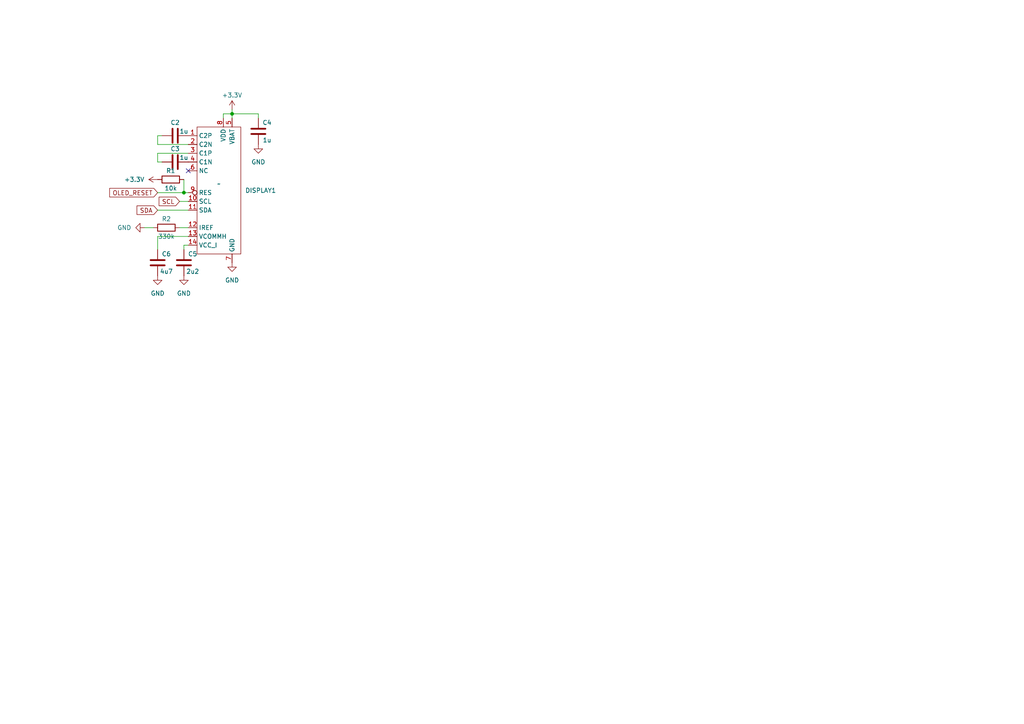
<source format=kicad_sch>
(kicad_sch (version 20230121) (generator eeschema)
  (paper "A4")
  (lib_symbols
    (symbol "Device:C" (pin_numbers hide) (pin_names (offset 0.254))
      (property "Reference" "C" (at 0.635 2.54 0))
      (property "Value" "C" (at 0.635 -2.54 0))
      (symbol "C_0_1"
        (polyline (pts (xy -2.032 -0.762) (xy 2.032 -0.762)) (stroke (width 0.508)))
        (polyline (pts (xy -2.032 0.762) (xy 2.032 0.762)) (stroke (width 0.508)))
      )
      (symbol "C_1_1"
        (pin passive line (at 0 3.81 270) (length 2.794) (name "~") (number "1"))
        (pin passive line (at 0 -3.81 90) (length 2.794) (name "~") (number "2"))
      )
    )
    (symbol "Device:R" (pin_numbers hide) (pin_names (offset 0))
      (property "Reference" "R" (at 2.032 0 90))
      (property "Value" "R" (at 0 0 90))
      (symbol "R_0_1"
        (rectangle (start -1.016 -2.54) (end 1.016 2.54) (stroke (width 0.254)))
      )
      (symbol "R_1_1"
        (pin passive line (at 0 3.81 270) (length 1.27) (name "~") (number "1"))
        (pin passive line (at 0 -3.81 90) (length 1.27) (name "~") (number "2"))
      )
    )
    (symbol "USER_mydisplay:OLED_14PIN"
      (property "Reference" "DISPLAY" (at 3.81 2.54 90))
      (symbol "OLED_14PIN_0_1"
        (rectangle (start -6.35 16.51) (end 6.35 -20.32))
      )
      (symbol "OLED_14PIN_1_1"
        (pin passive line (at -8.89 13.97 0) (length 2.54) (name "C2P") (number "1"))
        (pin open_emitter line (at -8.89 -5.08 0) (length 2.54) (name "SCL") (number "10"))
        (pin open_emitter line (at -8.89 -7.62 0) (length 2.54) (name "SDA") (number "11"))
        (pin input line (at -8.89 -12.7 0) (length 2.54) (name "IREF") (number "12"))
        (pin passive line (at -8.89 -15.24 0) (length 2.54) (name "VCOMMH") (number "13"))
        (pin power_in line (at -8.89 -17.78 0) (length 2.54) (name "VCC_I") (number "14"))
        (pin passive line (at -8.89 11.43 0) (length 2.54) (name "C2N") (number "2"))
        (pin passive line (at -8.89 8.89 0) (length 2.54) (name "C1P") (number "3"))
        (pin passive line (at -8.89 6.35 0) (length 2.54) (name "C1N") (number "4"))
        (pin power_in line (at 3.81 19.05 270) (length 2.54) (name "VBAT") (number "5"))
        (pin free line (at -8.89 3.81 0) (length 2.54) (name "NC") (number "6"))
        (pin power_in line (at 3.81 -22.86 90) (length 2.54) (name "GND") (number "7"))
        (pin power_in line (at 1.27 19.05 270) (length 2.54) (name "VDD") (number "8"))
        (pin input inverted (at -8.89 -2.54 0) (length 2.54) (name "RES") (number "9"))
      )
    )
    (symbol "power:+3.3V" (power) (pin_names (offset 0))
      (property "Value" "+3.3V" (at 0 3.556 0))
      (symbol "+3.3V_0_1"
        (polyline (pts (xy -0.762 1.27) (xy 0 2.54)))
        (polyline (pts (xy 0 0) (xy 0 2.54)))
        (polyline (pts (xy 0 2.54) (xy 0.762 1.27)))
      )
      (symbol "+3.3V_1_1"
        (pin power_in line (at 0 0 90) (length 0) hide (name "+3.3V") (number "1"))
      )
    )
    (symbol "power:GND" (power) (pin_names (offset 0))
      (property "Value" "GND" (at 0 -3.81 0))
      (symbol "GND_0_1"
        (polyline (pts (xy 0 0) (xy 0 -1.27) (xy 1.27 -1.27) (xy 0 -2.54) (xy -1.27 -1.27) (xy 0 -1.27)))
      )
      (symbol "GND_1_1"
        (pin power_in line (at 0 0 270) (length 0) hide (name "GND") (number "1"))
      )
    )
  )
  (junction (at 53.34 55.88))
  (junction (at 67.31 33.02))
  (no_connect (at 54.61 49.53))
  (wire (pts (xy 52.07 66.04) (xy 54.61 66.04)))
  (wire (pts (xy 53.34 71.12) (xy 53.34 72.39)))
  (wire (pts (xy 53.34 52.07) (xy 53.34 55.88)))
  (wire (pts (xy 52.07 58.42) (xy 54.61 58.42)))
  (wire (pts (xy 45.72 55.88) (xy 53.34 55.88)))
  (wire (pts (xy 45.72 46.99) (xy 46.99 46.99)))
  (wire (pts (xy 45.72 68.58) (xy 45.72 72.39)))
  (wire (pts (xy 64.77 33.02) (xy 67.31 33.02)))
  (wire (pts (xy 67.31 33.02) (xy 67.31 34.29)))
  (wire (pts (xy 45.72 41.91) (xy 45.72 39.37)))
  (wire (pts (xy 64.77 34.29) (xy 64.77 33.02)))
  (wire (pts (xy 54.61 68.58) (xy 45.72 68.58)))
  (wire (pts (xy 67.31 33.02) (xy 74.93 33.02)))
  (wire (pts (xy 67.31 31.75) (xy 67.31 33.02)))
  (wire (pts (xy 45.72 60.96) (xy 54.61 60.96)))
  (wire (pts (xy 54.61 44.45) (xy 45.72 44.45)))
  (wire (pts (xy 54.61 41.91) (xy 45.72 41.91)))
  (wire (pts (xy 41.91 66.04) (xy 44.45 66.04)))
  (wire (pts (xy 53.34 55.88) (xy 54.61 55.88)))
  (wire (pts (xy 45.72 39.37) (xy 46.99 39.37)))
  (wire (pts (xy 45.72 44.45) (xy 45.72 46.99)))
  (wire (pts (xy 74.93 33.02) (xy 74.93 34.29)))
  (wire (pts (xy 54.61 71.12) (xy 53.34 71.12)))
  (global_label "OLED_RESET" (shape input) (at 45.72 55.88 180) (property "Intersheetrefs" "${INTERSHEET_REFS}" (effects hide)))
  (global_label "SCL" (shape input) (at 52.07 58.42 180) (property "Intersheetrefs" "${INTERSHEET_REFS}" (effects hide)))
  (global_label "SDA" (shape input) (at 45.72 60.96 180) (property "Intersheetrefs" "${INTERSHEET_REFS}" (effects hide)))
  (symbol (lib_id "power:+3.3V") (at 45.72 52.07 90) (unit 1)
    (property "Reference" "#PWR07" (effects hide))
    (property "Value" "+3.3V" (at 41.91 52.07 90) (effects (justify left)))
  )
  (symbol (lib_id "power:GND") (at 53.34 80.01 0) (unit 1)
    (property "Reference" "#PWR010" (effects hide))
    (property "Value" "GND" (at 53.34 85.09 0))
  )
  (symbol (lib_id "Device:C") (at 50.8 46.99 90) (unit 1)
    (property "Reference" "C3" (at 50.8 43.18 90))
    (property "Value" "1u" (at 53.34 45.72 90))
    (property "Footprint" "Capacitor_SMD:C_0805_2012Metric" (effects hide))
  )
  (symbol (lib_id "power:GND") (at 74.93 41.91 0) (unit 1)
    (property "Reference" "#PWR02" (effects hide))
    (property "Value" "GND" (at 74.93 46.99 0))
  )
  (symbol (lib_id "power:GND") (at 41.91 66.04 270) (unit 1)
    (property "Reference" "#PWR08" (effects hide))
    (property "Value" "GND" (at 38.1 66.04 90) (effects (justify right)))
  )
  (symbol (lib_id "power:GND") (at 67.31 76.2 0) (unit 1)
    (property "Reference" "#PWR01" (effects hide))
    (property "Value" "GND" (at 67.31 81.28 0))
  )
  (symbol (lib_id "Device:R") (at 49.53 52.07 90) (unit 1)
    (property "Reference" "R1" (at 49.53 49.53 90))
    (property "Value" "10k" (at 49.53 54.61 90))
    (property "Footprint" "Resistor_SMD:R_0805_2012Metric" (effects hide))
  )
  (symbol (lib_id "power:+3.3V") (at 67.31 31.75 0) (unit 1)
    (property "Reference" "#PWR04" (effects hide))
    (property "Value" "+3.3V" (at 67.31 27.6169 0))
  )
  (symbol (lib_id "Device:C") (at 45.72 76.2 180) (unit 1)
    (property "Reference" "C6" (at 48.26 73.66 0))
    (property "Value" "4u7" (at 48.26 78.74 0))
    (property "Footprint" "Capacitor_SMD:C_0805_2012Metric" (effects hide))
  )
  (symbol (lib_id "Device:C") (at 74.93 38.1 180) (unit 1)
    (property "Reference" "C4" (at 77.47 35.56 0))
    (property "Value" "1u" (at 77.47 40.64 0))
    (property "Footprint" "Capacitor_SMD:C_0805_2012Metric" (effects hide))
  )
  (symbol (lib_id "Device:C") (at 50.8 39.37 90) (unit 1)
    (property "Reference" "C2" (at 50.8 35.56 90))
    (property "Value" "1u" (at 53.34 38.1 90))
    (property "Footprint" "Capacitor_SMD:C_0805_2012Metric" (effects hide))
  )
  (symbol (lib_id "Device:C") (at 53.34 76.2 180) (unit 1)
    (property "Reference" "C5" (at 55.88 73.66 0))
    (property "Value" "2u2" (at 55.88 78.74 0))
    (property "Footprint" "Capacitor_SMD:C_0805_2012Metric" (effects hide))
  )
  (symbol (lib_id "USER_mydisplay:OLED_14PIN") (at 63.5 53.34 0) (unit 1)
    (property "Reference" "DISPLAY1" (at 71.12 55.245 0) (effects (justify left)))
    (property "Value" "~" (at 63.5 53.34 0))
  )
  (symbol (lib_id "Device:R") (at 48.26 66.04 90) (unit 1)
    (property "Reference" "R2" (at 48.26 63.5 90))
    (property "Value" "330k" (at 48.26 68.58 90))
    (property "Footprint" "Resistor_SMD:R_0805_2012Metric" (effects hide))
  )
  (symbol (lib_id "power:GND") (at 45.72 80.01 0) (unit 1)
    (property "Reference" "#PWR09" (effects hide))
    (property "Value" "GND" (at 45.72 85.09 0))
  )
)
</source>
